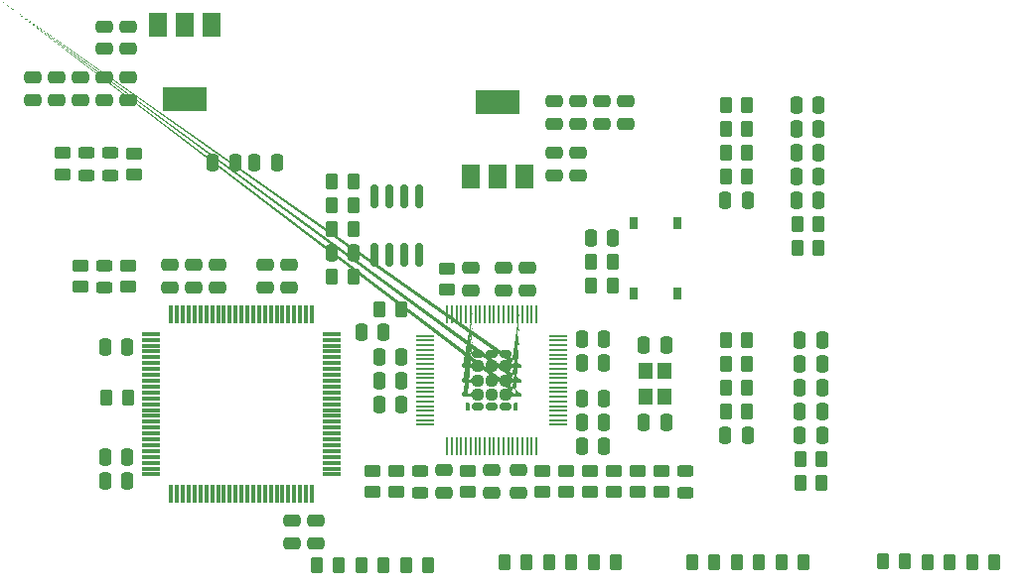
<source format=gbr>
%TF.GenerationSoftware,KiCad,Pcbnew,7.0.9*%
%TF.CreationDate,2024-01-09T22:49:01+01:00*%
%TF.ProjectId,Ax58100-stm32-ethercat,41783538-3130-4302-9d73-746d33322d65,rev?*%
%TF.SameCoordinates,Original*%
%TF.FileFunction,Paste,Top*%
%TF.FilePolarity,Positive*%
%FSLAX46Y46*%
G04 Gerber Fmt 4.6, Leading zero omitted, Abs format (unit mm)*
G04 Created by KiCad (PCBNEW 7.0.9) date 2024-01-09 22:49:01*
%MOMM*%
%LPD*%
G01*
G04 APERTURE LIST*
G04 Aperture macros list*
%AMRoundRect*
0 Rectangle with rounded corners*
0 $1 Rounding radius*
0 $2 $3 $4 $5 $6 $7 $8 $9 X,Y pos of 4 corners*
0 Add a 4 corners polygon primitive as box body*
4,1,4,$2,$3,$4,$5,$6,$7,$8,$9,$2,$3,0*
0 Add four circle primitives for the rounded corners*
1,1,$1+$1,$2,$3*
1,1,$1+$1,$4,$5*
1,1,$1+$1,$6,$7*
1,1,$1+$1,$8,$9*
0 Add four rect primitives between the rounded corners*
20,1,$1+$1,$2,$3,$4,$5,0*
20,1,$1+$1,$4,$5,$6,$7,0*
20,1,$1+$1,$6,$7,$8,$9,0*
20,1,$1+$1,$8,$9,$2,$3,0*%
%AMFreePoly0*
4,1,48,0.263728,0.179322,0.267696,0.180022,0.271185,0.178007,0.282967,0.175930,0.301018,0.160783,0.321426,0.149001,0.324224,0.141311,0.330495,0.136050,0.334587,0.112841,0.342646,0.090700,0.342646,0.013058,0.341668,0.007513,0.342301,0.005153,0.340614,0.001535,0.337176,-0.017963,0.324449,-0.033129,0.316081,-0.051077,0.212321,-0.154835,0.207709,-0.158063,0.206488,-0.160180,
0.202738,-0.161544,0.186518,-0.172902,0.166793,-0.174627,0.148187,-0.181400,-0.251946,-0.181400,-0.263728,-0.179322,-0.267696,-0.180022,-0.271185,-0.178007,-0.282967,-0.175930,-0.301018,-0.160783,-0.321426,-0.149001,-0.324224,-0.141311,-0.330495,-0.136050,-0.334587,-0.112841,-0.342646,-0.090700,-0.342646,0.090700,-0.340568,0.102482,-0.341268,0.106450,-0.339253,0.109939,-0.337176,0.121721,
-0.322029,0.139772,-0.310247,0.160180,-0.302557,0.162978,-0.297296,0.169249,-0.274087,0.173341,-0.251946,0.181400,0.251946,0.181400,0.263728,0.179322,0.263728,0.179322,$1*%
%AMFreePoly1*
4,1,48,0.153730,0.180422,0.156091,0.181055,0.159707,0.179368,0.179208,0.175930,0.194376,0.163202,0.212321,0.154835,0.316081,0.051077,0.319310,0.046464,0.321426,0.045243,0.322790,0.041495,0.334148,0.025274,0.335874,0.005547,0.342646,-0.013058,0.342646,-0.090700,0.340568,-0.102482,0.341268,-0.106450,0.339253,-0.109939,0.337176,-0.121721,0.322029,-0.139772,0.310247,-0.160180,
0.302557,-0.162978,0.297296,-0.169249,0.274087,-0.173341,0.251946,-0.181400,-0.251946,-0.181400,-0.263728,-0.179322,-0.267696,-0.180022,-0.271185,-0.178007,-0.282967,-0.175930,-0.301018,-0.160783,-0.321426,-0.149001,-0.324224,-0.141311,-0.330495,-0.136050,-0.334587,-0.112841,-0.342646,-0.090700,-0.342646,0.090700,-0.340568,0.102482,-0.341268,0.106450,-0.339253,0.109939,-0.337176,0.121721,
-0.322029,0.139772,-0.310247,0.160180,-0.302557,0.162978,-0.297296,0.169249,-0.274087,0.173341,-0.251946,0.181400,0.148187,0.181400,0.153730,0.180422,0.153730,0.180422,$1*%
%AMFreePoly2*
4,1,51,0.408072,0.179409,0.411876,0.180080,0.415220,0.178148,0.426518,0.176157,0.443826,0.161633,0.463390,0.150338,0.466073,0.142965,0.472085,0.137921,0.476008,0.115670,0.483735,0.094442,0.483735,-0.022402,0.482797,-0.027717,0.483404,-0.029980,0.481787,-0.033446,0.478491,-0.052144,0.466288,-0.066686,0.458266,-0.083891,0.386227,-0.155931,0.381803,-0.159028,0.380633,-0.161056,
0.377040,-0.162363,0.361488,-0.173254,0.342574,-0.174908,0.324737,-0.181401,-0.324737,-0.181401,-0.330055,-0.180463,-0.332317,-0.181069,-0.335780,-0.179453,-0.354479,-0.176157,-0.369022,-0.163953,-0.386227,-0.155931,-0.458266,-0.083891,-0.461362,-0.079468,-0.463390,-0.078298,-0.464697,-0.074705,-0.475588,-0.059152,-0.477242,-0.040239,-0.483735,-0.022402,-0.483735,0.094442,-0.481743,0.105738,
-0.482414,0.109542,-0.480482,0.112886,-0.478491,0.124184,-0.463967,0.141492,-0.452672,0.161056,-0.445299,0.163739,-0.440255,0.169751,-0.418004,0.173674,-0.396776,0.181401,0.396776,0.181401,0.408072,0.179409,0.408072,0.179409,$1*%
%AMFreePoly3*
4,1,51,0.330053,0.180463,0.332316,0.181070,0.335782,0.179453,0.354479,0.176157,0.369021,0.163953,0.386227,0.155931,0.458266,0.083891,0.461362,0.079468,0.463390,0.078298,0.464697,0.074705,0.475588,0.059152,0.477242,0.040240,0.483735,0.022402,0.483735,-0.094442,0.481743,-0.105738,0.482414,-0.109542,0.480482,-0.112886,0.478491,-0.124184,0.463967,-0.141492,0.452672,-0.161056,
0.445299,-0.163739,0.440255,-0.169751,0.418004,-0.173674,0.396776,-0.181401,-0.396776,-0.181401,-0.408072,-0.179409,-0.411876,-0.180080,-0.415220,-0.178148,-0.426518,-0.176157,-0.443826,-0.161633,-0.463390,-0.150338,-0.466073,-0.142965,-0.472085,-0.137921,-0.476008,-0.115670,-0.483735,-0.094442,-0.483735,0.022402,-0.482797,0.027717,-0.483404,0.029980,-0.481787,0.033446,-0.478491,0.052144,
-0.466288,0.066686,-0.458266,0.083891,-0.386227,0.155931,-0.381803,0.159028,-0.380633,0.161056,-0.377040,0.162363,-0.361488,0.173254,-0.342574,0.174908,-0.324737,0.181401,0.324737,0.181401,0.330053,0.180463,0.330053,0.180463,$1*%
%AMFreePoly4*
4,1,48,0.263728,0.179322,0.267696,0.180022,0.271185,0.178007,0.282967,0.175930,0.301018,0.160783,0.321426,0.149001,0.324224,0.141311,0.330495,0.136050,0.334587,0.112841,0.342646,0.090700,0.342646,-0.090700,0.340568,-0.102482,0.341268,-0.106450,0.339253,-0.109939,0.337176,-0.121721,0.322029,-0.139772,0.310247,-0.160180,0.302557,-0.162978,0.297296,-0.169249,0.274087,-0.173341,
0.251946,-0.181400,-0.148187,-0.181400,-0.153730,-0.180422,-0.156091,-0.181055,-0.159707,-0.179368,-0.179208,-0.175930,-0.194376,-0.163202,-0.212321,-0.154835,-0.316080,-0.051077,-0.319309,-0.046464,-0.321426,-0.045243,-0.322790,-0.041493,-0.334148,-0.025274,-0.335874,-0.005547,-0.342646,0.013058,-0.342646,0.090700,-0.340568,0.102482,-0.341268,0.106450,-0.339253,0.109939,-0.337176,0.121721,
-0.322029,0.139772,-0.310247,0.160180,-0.302557,0.162978,-0.297296,0.169249,-0.274087,0.173341,-0.251946,0.181400,0.251946,0.181400,0.263728,0.179322,0.263728,0.179322,$1*%
%AMFreePoly5*
4,1,48,0.263728,0.179322,0.267696,0.180022,0.271185,0.178007,0.282967,0.175930,0.301018,0.160783,0.321426,0.149001,0.324224,0.141311,0.330495,0.136050,0.334587,0.112841,0.342646,0.090700,0.342646,-0.090700,0.340568,-0.102482,0.341268,-0.106450,0.339253,-0.109939,0.337176,-0.121721,0.322029,-0.139772,0.310247,-0.160180,0.302557,-0.162978,0.297296,-0.169249,0.274087,-0.173341,
0.251946,-0.181400,-0.251946,-0.181400,-0.263728,-0.179322,-0.267696,-0.180022,-0.271185,-0.178007,-0.282967,-0.175930,-0.301018,-0.160783,-0.321426,-0.149001,-0.324224,-0.141311,-0.330495,-0.136050,-0.334587,-0.112841,-0.342646,-0.090700,-0.342646,-0.013058,-0.341668,-0.007513,-0.342301,-0.005153,-0.340614,-0.001535,-0.337176,0.017963,-0.324448,0.033131,-0.316080,0.051077,-0.212321,0.154835,
-0.207709,0.158063,-0.206488,0.160180,-0.202738,0.161544,-0.186518,0.172902,-0.166793,0.174627,-0.148187,0.181400,0.251946,0.181400,0.263728,0.179322,0.263728,0.179322,$1*%
G04 Aperture macros list end*
%ADD10FreePoly0,90.000000*%
%ADD11RoundRect,0.171323X0.312412X-0.171323X0.312412X0.171323X-0.312412X0.171323X-0.312412X-0.171323X0*%
%ADD12FreePoly1,90.000000*%
%ADD13FreePoly2,90.000000*%
%ADD14RoundRect,0.241868X0.241867X-0.241867X0.241867X0.241867X-0.241867X0.241867X-0.241867X-0.241867X0*%
%ADD15FreePoly3,90.000000*%
%ADD16FreePoly4,90.000000*%
%ADD17FreePoly5,90.000000*%
%ADD18RoundRect,0.062500X0.062500X-0.675000X0.062500X0.675000X-0.062500X0.675000X-0.062500X-0.675000X0*%
%ADD19RoundRect,0.062500X0.675000X-0.062500X0.675000X0.062500X-0.675000X0.062500X-0.675000X-0.062500X0*%
%ADD20RoundRect,0.250000X0.475000X-0.250000X0.475000X0.250000X-0.475000X0.250000X-0.475000X-0.250000X0*%
%ADD21RoundRect,0.250000X0.262500X0.450000X-0.262500X0.450000X-0.262500X-0.450000X0.262500X-0.450000X0*%
%ADD22RoundRect,0.075000X-0.075000X0.725000X-0.075000X-0.725000X0.075000X-0.725000X0.075000X0.725000X0*%
%ADD23RoundRect,0.075000X-0.725000X0.075000X-0.725000X-0.075000X0.725000X-0.075000X0.725000X0.075000X0*%
%ADD24RoundRect,0.150000X-0.150000X0.825000X-0.150000X-0.825000X0.150000X-0.825000X0.150000X0.825000X0*%
%ADD25RoundRect,0.250000X0.450000X-0.262500X0.450000X0.262500X-0.450000X0.262500X-0.450000X-0.262500X0*%
%ADD26RoundRect,0.250000X-0.250000X-0.475000X0.250000X-0.475000X0.250000X0.475000X-0.250000X0.475000X0*%
%ADD27RoundRect,0.250000X-0.262500X-0.450000X0.262500X-0.450000X0.262500X0.450000X-0.262500X0.450000X0*%
%ADD28RoundRect,0.243750X0.456250X-0.243750X0.456250X0.243750X-0.456250X0.243750X-0.456250X-0.243750X0*%
%ADD29RoundRect,0.250000X-0.475000X0.250000X-0.475000X-0.250000X0.475000X-0.250000X0.475000X0.250000X0*%
%ADD30RoundRect,0.250000X-0.450000X0.262500X-0.450000X-0.262500X0.450000X-0.262500X0.450000X0.262500X0*%
%ADD31RoundRect,0.250000X0.250000X0.475000X-0.250000X0.475000X-0.250000X-0.475000X0.250000X-0.475000X0*%
%ADD32R,1.150000X1.400000*%
%ADD33R,1.500000X2.000000*%
%ADD34R,3.800000X2.000000*%
%ADD35R,0.750000X1.000000*%
%ADD36RoundRect,0.243750X-0.456250X0.243750X-0.456250X-0.243750X0.456250X-0.243750X0.456250X0.243750X0*%
G04 APERTURE END LIST*
D10*
%TO.C,U2*%
X183395000Y-100777000D03*
D11*
X184220000Y-100777000D03*
X185420000Y-100777000D03*
X186620000Y-100777000D03*
D12*
X187445000Y-100777000D03*
D13*
X183395000Y-99752000D03*
D14*
X184220000Y-99752000D03*
X185420000Y-99752000D03*
X186620000Y-99752000D03*
D15*
X187445000Y-99752000D03*
D13*
X183395000Y-98552000D03*
D14*
X184220000Y-98552000D03*
X185420000Y-98552000D03*
X186620000Y-98552000D03*
D15*
X187445000Y-98552000D03*
D13*
X183395000Y-97352000D03*
D14*
X184220000Y-97352000D03*
X185420000Y-97352000D03*
X186620000Y-97352000D03*
D15*
X187445000Y-97352000D03*
D16*
X183395000Y-96327000D03*
D11*
X184220000Y-96327000D03*
X185420000Y-96327000D03*
X186620000Y-96327000D03*
D17*
X187445000Y-96327000D03*
D18*
X181620000Y-104214500D03*
X182020000Y-104214500D03*
X182420000Y-104214500D03*
X182820000Y-104214500D03*
X183220000Y-104214500D03*
X183620000Y-104214500D03*
X184020000Y-104214500D03*
X184420000Y-104214500D03*
X184820000Y-104214500D03*
X185220000Y-104214500D03*
X185620000Y-104214500D03*
X186020000Y-104214500D03*
X186420000Y-104214500D03*
X186820000Y-104214500D03*
X187220000Y-104214500D03*
X187620000Y-104214500D03*
X188020000Y-104214500D03*
X188420000Y-104214500D03*
X188820000Y-104214500D03*
X189220000Y-104214500D03*
D19*
X191082500Y-102352000D03*
X191082500Y-101952000D03*
X191082500Y-101552000D03*
X191082500Y-101152000D03*
X191082500Y-100752000D03*
X191082500Y-100352000D03*
X191082500Y-99952000D03*
X191082500Y-99552000D03*
X191082500Y-99152000D03*
X191082500Y-98752000D03*
X191082500Y-98352000D03*
X191082500Y-97952000D03*
X191082500Y-97552000D03*
X191082500Y-97152000D03*
X191082500Y-96752000D03*
X191082500Y-96352000D03*
X191082500Y-95952000D03*
X191082500Y-95552000D03*
X191082500Y-95152000D03*
X191082500Y-94752000D03*
D18*
X189220000Y-92889500D03*
X188820000Y-92889500D03*
X188420000Y-92889500D03*
X188020000Y-92889500D03*
X187620000Y-92889500D03*
X187220000Y-92889500D03*
X186820000Y-92889500D03*
X186420000Y-92889500D03*
X186020000Y-92889500D03*
X185620000Y-92889500D03*
X185220000Y-92889500D03*
X184820000Y-92889500D03*
X184420000Y-92889500D03*
X184020000Y-92889500D03*
X183620000Y-92889500D03*
X183220000Y-92889500D03*
X182820000Y-92889500D03*
X182420000Y-92889500D03*
X182020000Y-92889500D03*
X181620000Y-92889500D03*
D19*
X179757500Y-94752000D03*
X179757500Y-95152000D03*
X179757500Y-95552000D03*
X179757500Y-95952000D03*
X179757500Y-96352000D03*
X179757500Y-96752000D03*
X179757500Y-97152000D03*
X179757500Y-97552000D03*
X179757500Y-97952000D03*
X179757500Y-98352000D03*
X179757500Y-98752000D03*
X179757500Y-99152000D03*
X179757500Y-99552000D03*
X179757500Y-99952000D03*
X179757500Y-100352000D03*
X179757500Y-100752000D03*
X179757500Y-101152000D03*
X179757500Y-101552000D03*
X179757500Y-101952000D03*
X179757500Y-102352000D03*
%TD*%
D20*
%TO.C,B7*%
X146304000Y-74610000D03*
X146304000Y-72710000D03*
%TD*%
D21*
%TO.C,R18*%
X204366500Y-114046000D03*
X202541500Y-114046000D03*
%TD*%
D22*
%TO.C,U4*%
X170084000Y-92909000D03*
X169584000Y-92909000D03*
X169084000Y-92909000D03*
X168584000Y-92909000D03*
X168084000Y-92909000D03*
X167584000Y-92909000D03*
X167084000Y-92909000D03*
X166584000Y-92909000D03*
X166084000Y-92909000D03*
X165584000Y-92909000D03*
X165084000Y-92909000D03*
X164584000Y-92909000D03*
X164084000Y-92909000D03*
X163584000Y-92909000D03*
X163084000Y-92909000D03*
X162584000Y-92909000D03*
X162084000Y-92909000D03*
X161584000Y-92909000D03*
X161084000Y-92909000D03*
X160584000Y-92909000D03*
X160084000Y-92909000D03*
X159584000Y-92909000D03*
X159084000Y-92909000D03*
X158584000Y-92909000D03*
X158084000Y-92909000D03*
D23*
X156409000Y-94584000D03*
X156409000Y-95084000D03*
X156409000Y-95584000D03*
X156409000Y-96084000D03*
X156409000Y-96584000D03*
X156409000Y-97084000D03*
X156409000Y-97584000D03*
X156409000Y-98084000D03*
X156409000Y-98584000D03*
X156409000Y-99084000D03*
X156409000Y-99584000D03*
X156409000Y-100084000D03*
X156409000Y-100584000D03*
X156409000Y-101084000D03*
X156409000Y-101584000D03*
X156409000Y-102084000D03*
X156409000Y-102584000D03*
X156409000Y-103084000D03*
X156409000Y-103584000D03*
X156409000Y-104084000D03*
X156409000Y-104584000D03*
X156409000Y-105084000D03*
X156409000Y-105584000D03*
X156409000Y-106084000D03*
X156409000Y-106584000D03*
D22*
X158084000Y-108259000D03*
X158584000Y-108259000D03*
X159084000Y-108259000D03*
X159584000Y-108259000D03*
X160084000Y-108259000D03*
X160584000Y-108259000D03*
X161084000Y-108259000D03*
X161584000Y-108259000D03*
X162084000Y-108259000D03*
X162584000Y-108259000D03*
X163084000Y-108259000D03*
X163584000Y-108259000D03*
X164084000Y-108259000D03*
X164584000Y-108259000D03*
X165084000Y-108259000D03*
X165584000Y-108259000D03*
X166084000Y-108259000D03*
X166584000Y-108259000D03*
X167084000Y-108259000D03*
X167584000Y-108259000D03*
X168084000Y-108259000D03*
X168584000Y-108259000D03*
X169084000Y-108259000D03*
X169584000Y-108259000D03*
X170084000Y-108259000D03*
D23*
X171759000Y-106584000D03*
X171759000Y-106084000D03*
X171759000Y-105584000D03*
X171759000Y-105084000D03*
X171759000Y-104584000D03*
X171759000Y-104084000D03*
X171759000Y-103584000D03*
X171759000Y-103084000D03*
X171759000Y-102584000D03*
X171759000Y-102084000D03*
X171759000Y-101584000D03*
X171759000Y-101084000D03*
X171759000Y-100584000D03*
X171759000Y-100084000D03*
X171759000Y-99584000D03*
X171759000Y-99084000D03*
X171759000Y-98584000D03*
X171759000Y-98084000D03*
X171759000Y-97584000D03*
X171759000Y-97084000D03*
X171759000Y-96584000D03*
X171759000Y-96084000D03*
X171759000Y-95584000D03*
X171759000Y-95084000D03*
X171759000Y-94584000D03*
%TD*%
D24*
%TO.C,U3*%
X179197000Y-82869000D03*
X177927000Y-82869000D03*
X176657000Y-82869000D03*
X175387000Y-82869000D03*
X175387000Y-87819000D03*
X176657000Y-87819000D03*
X177927000Y-87819000D03*
X179197000Y-87819000D03*
%TD*%
D25*
%TO.C,R30*%
X183388000Y-108100500D03*
X183388000Y-106275500D03*
%TD*%
D26*
%TO.C,C3*%
X211404200Y-79146400D03*
X213304200Y-79146400D03*
%TD*%
D21*
%TO.C,R29*%
X188364500Y-114046000D03*
X186539500Y-114046000D03*
%TD*%
D27*
%TO.C,R44*%
X152587000Y-100050000D03*
X154412000Y-100050000D03*
%TD*%
D20*
%TO.C,C36*%
X168128000Y-90586000D03*
X168128000Y-88686000D03*
%TD*%
D27*
%TO.C,R37*%
X171807500Y-81534000D03*
X173632500Y-81534000D03*
%TD*%
D28*
%TO.C,D1*%
X201930000Y-108125500D03*
X201930000Y-106250500D03*
%TD*%
D26*
%TO.C,C2*%
X211404200Y-77114400D03*
X213304200Y-77114400D03*
%TD*%
D29*
%TO.C,C34*%
X170434000Y-110556000D03*
X170434000Y-112456000D03*
%TD*%
D21*
%TO.C,R6*%
X213530500Y-105232200D03*
X211705500Y-105232200D03*
%TD*%
D30*
%TO.C,R26*%
X191770000Y-106275500D03*
X191770000Y-108100500D03*
%TD*%
D26*
%TO.C,C32*%
X174290000Y-94462000D03*
X176190000Y-94462000D03*
%TD*%
%TO.C,C8*%
X211668000Y-99136200D03*
X213568000Y-99136200D03*
%TD*%
D29*
%TO.C,C48*%
X152400000Y-68326000D03*
X152400000Y-70226000D03*
%TD*%
D25*
%TO.C,R20*%
X197866000Y-108100500D03*
X197866000Y-106275500D03*
%TD*%
D31*
%TO.C,C47*%
X154346000Y-107162000D03*
X152446000Y-107162000D03*
%TD*%
%TO.C,C45*%
X154346000Y-95732000D03*
X152446000Y-95732000D03*
%TD*%
D26*
%TO.C,C7*%
X211668000Y-97104200D03*
X213568000Y-97104200D03*
%TD*%
D21*
%TO.C,R8*%
X211986500Y-114046000D03*
X210161500Y-114046000D03*
%TD*%
D20*
%TO.C,C27*%
X183642000Y-90866000D03*
X183642000Y-88966000D03*
%TD*%
D26*
%TO.C,C46*%
X152446000Y-105130000D03*
X154346000Y-105130000D03*
%TD*%
D28*
%TO.C,D5*%
X150876000Y-81026000D03*
X150876000Y-79151000D03*
%TD*%
D21*
%TO.C,R5*%
X213276500Y-87249000D03*
X211451500Y-87249000D03*
%TD*%
D20*
%TO.C,C41*%
X160000000Y-90586000D03*
X160000000Y-88686000D03*
%TD*%
D21*
%TO.C,R16*%
X207180500Y-99136200D03*
X205355500Y-99136200D03*
%TD*%
D27*
%TO.C,R34*%
X175871500Y-92456000D03*
X177696500Y-92456000D03*
%TD*%
D26*
%TO.C,C5*%
X211404200Y-83210400D03*
X213304200Y-83210400D03*
%TD*%
D31*
%TO.C,C12*%
X200302000Y-102108000D03*
X198402000Y-102108000D03*
%TD*%
D32*
%TO.C,Y1*%
X198552000Y-97706000D03*
X198552000Y-99906000D03*
X200152000Y-99906000D03*
X200152000Y-97706000D03*
%TD*%
D21*
%TO.C,R23*%
X195730500Y-88392000D03*
X193905500Y-88392000D03*
%TD*%
D25*
%TO.C,R35*%
X175260000Y-108100500D03*
X175260000Y-106275500D03*
%TD*%
D30*
%TO.C,R46*%
X148844000Y-79151000D03*
X148844000Y-80976000D03*
%TD*%
D20*
%TO.C,C35*%
X168402000Y-112456000D03*
X168402000Y-110556000D03*
%TD*%
D29*
%TO.C,C24*%
X187706000Y-106238000D03*
X187706000Y-108138000D03*
%TD*%
D26*
%TO.C,C1*%
X211404200Y-75082400D03*
X213304200Y-75082400D03*
%TD*%
D21*
%TO.C,R41*%
X172362500Y-114300000D03*
X170537500Y-114300000D03*
%TD*%
D29*
%TO.C,C28*%
X181356000Y-106238000D03*
X181356000Y-108138000D03*
%TD*%
D30*
%TO.C,R21*%
X195834000Y-106275500D03*
X195834000Y-108100500D03*
%TD*%
D20*
%TO.C,C40*%
X162032000Y-90586000D03*
X162032000Y-88686000D03*
%TD*%
D21*
%TO.C,R3*%
X220622500Y-114029000D03*
X218797500Y-114029000D03*
%TD*%
D20*
%TO.C,C25*%
X186436000Y-90866000D03*
X186436000Y-88966000D03*
%TD*%
D31*
%TO.C,C39*%
X163556000Y-79984000D03*
X161656000Y-79984000D03*
%TD*%
D29*
%TO.C,B4*%
X194818000Y-74742000D03*
X194818000Y-76642000D03*
%TD*%
D26*
%TO.C,B2*%
X205318000Y-103200200D03*
X207218000Y-103200200D03*
%TD*%
D27*
%TO.C,R39*%
X171807500Y-85598000D03*
X173632500Y-85598000D03*
%TD*%
D26*
%TO.C,C37*%
X165212000Y-79984000D03*
X167112000Y-79984000D03*
%TD*%
D25*
%TO.C,R31*%
X181610000Y-90828500D03*
X181610000Y-89003500D03*
%TD*%
D26*
%TO.C,C18*%
X193106000Y-104140000D03*
X195006000Y-104140000D03*
%TD*%
%TO.C,B1*%
X205318000Y-83185000D03*
X207218000Y-83185000D03*
%TD*%
D21*
%TO.C,R14*%
X207180500Y-95072200D03*
X205355500Y-95072200D03*
%TD*%
D26*
%TO.C,C15*%
X193106000Y-97028000D03*
X195006000Y-97028000D03*
%TD*%
D21*
%TO.C,R7*%
X213530500Y-107264200D03*
X211705500Y-107264200D03*
%TD*%
D20*
%TO.C,C20*%
X192786000Y-81026000D03*
X192786000Y-79126000D03*
%TD*%
D21*
%TO.C,R11*%
X207180500Y-77089000D03*
X205355500Y-77089000D03*
%TD*%
D31*
%TO.C,C30*%
X177734000Y-98552000D03*
X175834000Y-98552000D03*
%TD*%
D20*
%TO.C,C42*%
X157968000Y-90586000D03*
X157968000Y-88686000D03*
%TD*%
D26*
%TO.C,C11*%
X198402000Y-95504000D03*
X200302000Y-95504000D03*
%TD*%
D33*
%TO.C,U5*%
X161558000Y-68224000D03*
X159258000Y-68224000D03*
D34*
X159258000Y-74524000D03*
D33*
X156958000Y-68224000D03*
%TD*%
D20*
%TO.C,B6*%
X148336000Y-74610000D03*
X148336000Y-72710000D03*
%TD*%
D25*
%TO.C,R28*%
X189738000Y-108100500D03*
X189738000Y-106275500D03*
%TD*%
D26*
%TO.C,C10*%
X211668000Y-103200200D03*
X213568000Y-103200200D03*
%TD*%
D31*
%TO.C,C29*%
X177734000Y-96520000D03*
X175834000Y-96520000D03*
%TD*%
D21*
%TO.C,R1*%
X228242500Y-114046000D03*
X226417500Y-114046000D03*
%TD*%
D35*
%TO.C,SW1*%
X201265000Y-85138000D03*
X201265000Y-91138000D03*
X197515000Y-85138000D03*
X197515000Y-91138000D03*
%TD*%
D25*
%TO.C,R43*%
X154432000Y-90574500D03*
X154432000Y-88749500D03*
%TD*%
D26*
%TO.C,C13*%
X193868000Y-86360000D03*
X195768000Y-86360000D03*
%TD*%
D31*
%TO.C,C4*%
X213304200Y-81178400D03*
X211404200Y-81178400D03*
%TD*%
D28*
%TO.C,D4*%
X152400000Y-90599500D03*
X152400000Y-88724500D03*
%TD*%
D29*
%TO.C,C43*%
X154432000Y-68326000D03*
X154432000Y-70226000D03*
%TD*%
D21*
%TO.C,R27*%
X192174500Y-114046000D03*
X190349500Y-114046000D03*
%TD*%
D27*
%TO.C,R38*%
X171807500Y-83566000D03*
X173632500Y-83566000D03*
%TD*%
D21*
%TO.C,R22*%
X195984500Y-114046000D03*
X194159500Y-114046000D03*
%TD*%
D20*
%TO.C,C49*%
X152400000Y-74610000D03*
X152400000Y-72710000D03*
%TD*%
D26*
%TO.C,C14*%
X193106000Y-94996000D03*
X195006000Y-94996000D03*
%TD*%
D31*
%TO.C,C31*%
X177734000Y-100584000D03*
X175834000Y-100584000D03*
%TD*%
D26*
%TO.C,C9*%
X211668000Y-101168200D03*
X213568000Y-101168200D03*
%TD*%
D36*
%TO.C,D2*%
X179324000Y-106250500D03*
X179324000Y-108125500D03*
%TD*%
D29*
%TO.C,C21*%
X190754000Y-74742000D03*
X190754000Y-76642000D03*
%TD*%
D21*
%TO.C,R32*%
X179982500Y-114300000D03*
X178157500Y-114300000D03*
%TD*%
D25*
%TO.C,R45*%
X150368000Y-90574500D03*
X150368000Y-88749500D03*
%TD*%
%TO.C,R19*%
X199898000Y-108100500D03*
X199898000Y-106275500D03*
%TD*%
D29*
%TO.C,C19*%
X192786000Y-74742000D03*
X192786000Y-76642000D03*
%TD*%
D28*
%TO.C,D3*%
X152908000Y-81026000D03*
X152908000Y-79151000D03*
%TD*%
D33*
%TO.C,U1*%
X183628000Y-81128000D03*
X185928000Y-81128000D03*
D34*
X185928000Y-74828000D03*
D33*
X188228000Y-81128000D03*
%TD*%
D31*
%TO.C,C33*%
X173670000Y-87630000D03*
X171770000Y-87630000D03*
%TD*%
D21*
%TO.C,R15*%
X207180500Y-97104200D03*
X205355500Y-97104200D03*
%TD*%
%TO.C,R10*%
X207180500Y-75057000D03*
X205355500Y-75057000D03*
%TD*%
%TO.C,R13*%
X207180500Y-81153000D03*
X205355500Y-81153000D03*
%TD*%
D20*
%TO.C,C38*%
X166096000Y-90586000D03*
X166096000Y-88686000D03*
%TD*%
D25*
%TO.C,R33*%
X177292000Y-108100500D03*
X177292000Y-106275500D03*
%TD*%
D21*
%TO.C,R40*%
X173632500Y-89662000D03*
X171807500Y-89662000D03*
%TD*%
%TO.C,R36*%
X176172500Y-114300000D03*
X174347500Y-114300000D03*
%TD*%
%TO.C,R4*%
X213276500Y-85217000D03*
X211451500Y-85217000D03*
%TD*%
D26*
%TO.C,C16*%
X193106000Y-100076000D03*
X195006000Y-100076000D03*
%TD*%
%TO.C,C6*%
X211668000Y-95072200D03*
X213568000Y-95072200D03*
%TD*%
D20*
%TO.C,C44*%
X154432000Y-74610000D03*
X154432000Y-72710000D03*
%TD*%
D21*
%TO.C,R24*%
X195730500Y-90424000D03*
X193905500Y-90424000D03*
%TD*%
D29*
%TO.C,B3*%
X196850000Y-74742000D03*
X196850000Y-76642000D03*
%TD*%
D30*
%TO.C,R25*%
X193802000Y-106275500D03*
X193802000Y-108100500D03*
%TD*%
D20*
%TO.C,B5*%
X150368000Y-74610000D03*
X150368000Y-72710000D03*
%TD*%
D29*
%TO.C,C26*%
X185420000Y-106238000D03*
X185420000Y-108138000D03*
%TD*%
D21*
%TO.C,R9*%
X208176500Y-114046000D03*
X206351500Y-114046000D03*
%TD*%
D20*
%TO.C,C22*%
X190754000Y-81026000D03*
X190754000Y-79126000D03*
%TD*%
D30*
%TO.C,R42*%
X154940000Y-79176000D03*
X154940000Y-81001000D03*
%TD*%
D26*
%TO.C,C17*%
X193106000Y-102108000D03*
X195006000Y-102108000D03*
%TD*%
D21*
%TO.C,R12*%
X207180500Y-79121000D03*
X205355500Y-79121000D03*
%TD*%
D20*
%TO.C,C23*%
X188468000Y-90866000D03*
X188468000Y-88966000D03*
%TD*%
D21*
%TO.C,R17*%
X207180500Y-101168200D03*
X205355500Y-101168200D03*
%TD*%
%TO.C,R2*%
X224432500Y-114046000D03*
X222607500Y-114046000D03*
%TD*%
M02*

</source>
